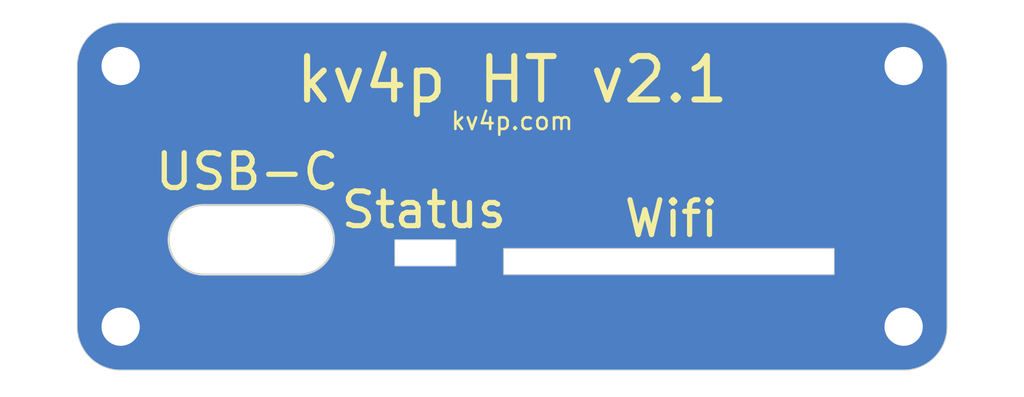
<source format=kicad_pcb>
(kicad_pcb (version 20240108) (generator "pcbnew") (generator_version "8.0")
  (layers (0 "F.Cu" signal) (31 "B.Cu" signal) (34 "B.Paste" user) (35 "F.Paste" user) (36 "B.SilkS" user "B.Silkscreen") (37 "F.SilkS" user "F.Silkscreen") (38 "B.Mask" user) (39 "F.Mask" user) (44 "Edge.Cuts" user))
  (net 0 "")
  (net 1 "GND")
  (footprint "MountingHole:MountingHole_2.2mm_M2_Pad" (layer "F.Cu") (at 105 98.25)
    (property "Reference" "H2" (hide yes))
    (property "Value" "MountingHole_Pad")
    (pad "1" thru_hole circle (at 0 0) (size 4.4 4.4) (drill 2.2) (layers "*.Cu" "*.Mask" "In3.Cu" "In4.Cu" "In5.Cu" "In6.Cu" "In7.Cu" "In8.Cu" "In9.Cu" "In10.Cu" "In11.Cu" "In12.Cu" "In13.Cu" "In14.Cu" "In15.Cu" "In16.Cu" "In17.Cu" "In18.Cu" "In19.Cu" "In20.Cu" "In21.Cu" "In22.Cu" "In23.Cu" "In24.Cu" "In25.Cu" "In26.Cu" "In27.Cu" "In28.Cu" "In29.Cu" "In30.Cu") (net 1 "GND"))
  )
  (footprint "MountingHole:MountingHole_2.2mm_M2_Pad" (layer "F.Cu") (at 150 98.25)
    (property "Reference" "H3" (hide yes))
    (property "Value" "MountingHole_Pad")
    (pad "1" thru_hole circle (at 0 0) (size 4.4 4.4) (drill 2.2) (layers "*.Cu" "*.Mask" "In3.Cu" "In4.Cu" "In5.Cu" "In6.Cu" "In7.Cu" "In8.Cu" "In9.Cu" "In10.Cu" "In11.Cu" "In12.Cu" "In13.Cu" "In14.Cu" "In15.Cu" "In16.Cu" "In17.Cu" "In18.Cu" "In19.Cu" "In20.Cu" "In21.Cu" "In22.Cu" "In23.Cu" "In24.Cu" "In25.Cu" "In26.Cu" "In27.Cu" "In28.Cu" "In29.Cu" "In30.Cu") (net 1 "GND"))
  )
  (footprint "MountingHole:MountingHole_2.2mm_M2_Pad" (layer "F.Cu") (at 105 113.25)
    (property "Reference" "H5" (hide yes))
    (property "Value" "MountingHole_Pad")
    (pad "1" thru_hole circle (at 0 0) (size 4.4 4.4) (drill 2.2) (layers "*.Cu" "*.Mask" "In3.Cu" "In4.Cu" "In5.Cu" "In6.Cu" "In7.Cu" "In8.Cu" "In9.Cu" "In10.Cu" "In11.Cu" "In12.Cu" "In13.Cu" "In14.Cu" "In15.Cu" "In16.Cu" "In17.Cu" "In18.Cu" "In19.Cu" "In20.Cu" "In21.Cu" "In22.Cu" "In23.Cu" "In24.Cu" "In25.Cu" "In26.Cu" "In27.Cu" "In28.Cu" "In29.Cu" "In30.Cu") (net 1 "GND"))
  )
  (footprint "MountingHole:MountingHole_2.2mm_M2_Pad" (layer "F.Cu") (at 150 113.25)
    (property "Reference" "H4" (hide yes))
    (property "Value" "MountingHole_Pad")
    (pad "1" thru_hole circle (at 0 0) (size 4.4 4.4) (drill 2.2) (layers "*.Cu" "*.Mask" "In3.Cu" "In4.Cu" "In5.Cu" "In6.Cu" "In7.Cu" "In8.Cu" "In9.Cu" "In10.Cu" "In11.Cu" "In12.Cu" "In13.Cu" "In14.Cu" "In15.Cu" "In16.Cu" "In17.Cu" "In18.Cu" "In19.Cu" "In20.Cu" "In21.Cu" "In22.Cu" "In23.Cu" "In24.Cu" "In25.Cu" "In26.Cu" "In27.Cu" "In28.Cu" "In29.Cu" "In30.Cu") (net 1 "GND"))
  )
  (footprint "Libraries:Conn_USB_C_Panel" (layer "F.Cu") (at 112.50676 110)
    (property "Reference" "G2" (hide yes))
    (property "Value" "Board_Artwork")
    (fp_line (start -2.75 -3.75) (end 2.75 -3.75) (stroke (width 0.12)) (layer "Edge.Cuts"))
    (fp_line (start -2.75 0.25) (end 2.75 0.25) (stroke (width 0.12)) (layer "Edge.Cuts"))
    (fp_arc (start -2.75 0.25) (mid -4.75 -1.75) (end -2.75 -3.75) (stroke (width 0.12)) (layer "Edge.Cuts"))
    (fp_arc (start 2.75 -3.75) (mid 4.75 -1.75) (end 2.75 0.25) (stroke (width 0.12)) (layer "Edge.Cuts"))
  )
  (gr_arc (start 105 115.75) (mid 103.232233 115.017767) (end 102.5 113.25) (stroke (width 0.05)) (layer "Edge.Cuts"))
  (gr_arc (start 102.5 98.25) (mid 103.232233 96.482233) (end 105 95.75) (stroke (width 0.05)) (layer "Edge.Cuts"))
  (gr_line (start 105 95.75) (end 150 95.75) (stroke (width 0.05)) (layer "Edge.Cuts"))
  (gr_arc (start 150 95.75) (mid 151.767767 96.482233) (end 152.5 98.25) (stroke (width 0.05)) (layer "Edge.Cuts"))
  (gr_rect (start 120.75674 108.25) (end 124.25674 109.75) (stroke (width 0.05)) (fill none) (layer "Edge.Cuts"))
  (gr_line (start 102.5 113.25) (end 102.5 98.25) (stroke (width 0.05)) (layer "Edge.Cuts"))
  (gr_line (start 150 115.75) (end 105 115.75) (stroke (width 0.05)) (layer "Edge.Cuts"))
  (gr_rect (start 127.00722 108.75) (end 146.00722 110.25) (stroke (width 0.05)) (fill none) (layer "Edge.Cuts"))
  (gr_line (start 152.5 98.25) (end 152.5 113.25) (stroke (width 0.05)) (layer "Edge.Cuts"))
  (gr_arc (start 152.5 113.25) (mid 151.767767 115.017767) (end 150 115.75) (stroke (width 0.05)) (layer "Edge.Cuts"))
  (gr_text "Wifi" (at 136.652 108.204 0) (layer "F.SilkS") (effects (font (size 2 2) (thickness 0.3)) (justify bottom)))
  (gr_text "Status" (at 122.428 107.696 0) (layer "F.SilkS") (effects (font (size 2 2) (thickness 0.3)) (justify bottom)))
  (gr_text "kv4p HT v2.1" (at 127.5 100.5 0) (layer "F.SilkS") (effects (font (size 2.5 2.5) (thickness 0.35)) (justify bottom)))
  (gr_text "USB-C" (at 112.268 105.5 0) (layer "F.SilkS") (effects (font (size 2 2) (thickness 0.3)) (justify bottom)))
  (gr_text "kv4p.com" (at 127.5 102 0) (layer "F.SilkS") (effects (font (size 1 1)) (justify bottom)))
  (zone (net 1) (net_name "GND") (layers "F.Cu" "B.Cu") (connect_pads yes (clearance 0.5)) (min_thickness 0.25) (fill yes (thermal_gap 0.5) (thermal_bridge_width 0.5))
    (polygon (pts (xy 102 95.25) (xy 153 95.25) (xy 153 116.25) (xy 102 116.25)))
  )
)
</source>
